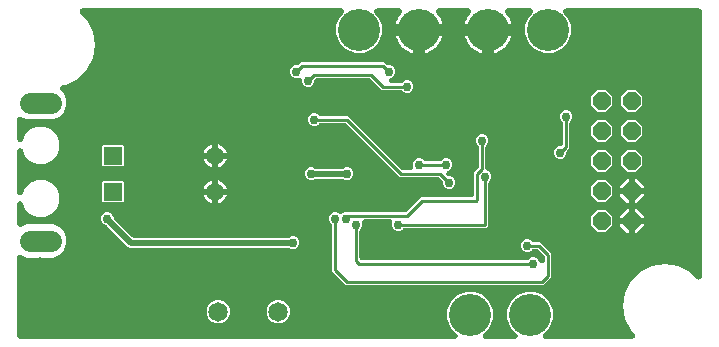
<source format=gbr>
G04 EAGLE Gerber RS-274X export*
G75*
%MOMM*%
%FSLAX34Y34*%
%LPD*%
%INBottom Copper*%
%IPPOS*%
%AMOC8*
5,1,8,0,0,1.08239X$1,22.5*%
G01*
%ADD10R,1.508000X1.508000*%
%ADD11C,1.508000*%
%ADD12C,3.556000*%
%ADD13C,1.778000*%
%ADD14P,1.649562X8X292.500000*%
%ADD15C,1.651000*%
%ADD16C,0.756400*%
%ADD17C,0.508000*%
%ADD18C,0.254000*%

G36*
X380718Y10172D02*
X380718Y10172D01*
X380847Y10174D01*
X380941Y10192D01*
X381036Y10201D01*
X381162Y10235D01*
X381290Y10260D01*
X381379Y10294D01*
X381471Y10319D01*
X381588Y10375D01*
X381710Y10422D01*
X381791Y10472D01*
X381877Y10513D01*
X381983Y10588D01*
X382094Y10656D01*
X382166Y10719D01*
X382244Y10775D01*
X382334Y10868D01*
X382432Y10954D01*
X382491Y11029D01*
X382558Y11097D01*
X382630Y11205D01*
X382711Y11307D01*
X382756Y11391D01*
X382810Y11470D01*
X382862Y11589D01*
X382924Y11704D01*
X382953Y11795D01*
X382992Y11882D01*
X383023Y12009D01*
X383063Y12132D01*
X383076Y12227D01*
X383099Y12320D01*
X383107Y12449D01*
X383124Y12578D01*
X383120Y12674D01*
X383126Y12769D01*
X383111Y12898D01*
X383106Y13028D01*
X383085Y13121D01*
X383074Y13216D01*
X383036Y13341D01*
X383008Y13468D01*
X382972Y13556D01*
X382944Y13647D01*
X382885Y13763D01*
X382835Y13883D01*
X382783Y13963D01*
X382740Y14049D01*
X382661Y14152D01*
X382590Y14261D01*
X382504Y14359D01*
X382468Y14407D01*
X382435Y14438D01*
X382383Y14496D01*
X377334Y19545D01*
X374395Y26640D01*
X374395Y34320D01*
X377334Y41415D01*
X382765Y46846D01*
X389860Y49785D01*
X397540Y49785D01*
X404635Y46846D01*
X410066Y41415D01*
X413005Y34320D01*
X413005Y26640D01*
X410066Y19545D01*
X405017Y14496D01*
X404933Y14396D01*
X404842Y14303D01*
X404789Y14223D01*
X404728Y14150D01*
X404663Y14037D01*
X404590Y13930D01*
X404552Y13842D01*
X404504Y13759D01*
X404461Y13637D01*
X404408Y13518D01*
X404385Y13425D01*
X404353Y13335D01*
X404332Y13207D01*
X404301Y13080D01*
X404296Y12985D01*
X404280Y12891D01*
X404282Y12761D01*
X404274Y12631D01*
X404285Y12536D01*
X404286Y12440D01*
X404311Y12313D01*
X404326Y12184D01*
X404354Y12092D01*
X404372Y11998D01*
X404418Y11877D01*
X404456Y11753D01*
X404499Y11668D01*
X404534Y11578D01*
X404602Y11467D01*
X404660Y11351D01*
X404718Y11275D01*
X404768Y11194D01*
X404854Y11096D01*
X404932Y10993D01*
X405003Y10928D01*
X405066Y10856D01*
X405168Y10776D01*
X405264Y10687D01*
X405344Y10636D01*
X405419Y10577D01*
X405534Y10516D01*
X405643Y10446D01*
X405732Y10409D01*
X405816Y10364D01*
X405940Y10324D01*
X406060Y10275D01*
X406153Y10255D01*
X406244Y10225D01*
X406373Y10207D01*
X406500Y10180D01*
X406630Y10172D01*
X406690Y10164D01*
X406735Y10165D01*
X406812Y10161D01*
X431388Y10161D01*
X431518Y10172D01*
X431647Y10174D01*
X431741Y10192D01*
X431836Y10201D01*
X431962Y10235D01*
X432090Y10260D01*
X432179Y10294D01*
X432271Y10319D01*
X432388Y10375D01*
X432510Y10422D01*
X432591Y10472D01*
X432677Y10513D01*
X432783Y10588D01*
X432894Y10656D01*
X432966Y10719D01*
X433044Y10775D01*
X433134Y10868D01*
X433232Y10954D01*
X433291Y11029D01*
X433358Y11097D01*
X433430Y11205D01*
X433511Y11307D01*
X433556Y11391D01*
X433610Y11470D01*
X433662Y11589D01*
X433724Y11704D01*
X433753Y11795D01*
X433792Y11882D01*
X433823Y12009D01*
X433863Y12132D01*
X433876Y12227D01*
X433899Y12320D01*
X433907Y12449D01*
X433924Y12578D01*
X433920Y12674D01*
X433926Y12769D01*
X433911Y12898D01*
X433906Y13028D01*
X433885Y13121D01*
X433874Y13216D01*
X433836Y13341D01*
X433808Y13468D01*
X433772Y13556D01*
X433744Y13647D01*
X433685Y13763D01*
X433635Y13883D01*
X433583Y13963D01*
X433540Y14049D01*
X433461Y14152D01*
X433390Y14261D01*
X433304Y14359D01*
X433268Y14407D01*
X433235Y14438D01*
X433183Y14496D01*
X428134Y19545D01*
X425195Y26640D01*
X425195Y34320D01*
X428134Y41415D01*
X433565Y46846D01*
X440660Y49785D01*
X448340Y49785D01*
X455435Y46846D01*
X460866Y41415D01*
X463805Y34320D01*
X463805Y26640D01*
X460866Y19545D01*
X455817Y14496D01*
X455733Y14396D01*
X455642Y14303D01*
X455589Y14223D01*
X455528Y14150D01*
X455463Y14037D01*
X455390Y13930D01*
X455352Y13842D01*
X455304Y13759D01*
X455261Y13637D01*
X455208Y13518D01*
X455185Y13425D01*
X455153Y13335D01*
X455132Y13207D01*
X455101Y13080D01*
X455096Y12985D01*
X455080Y12891D01*
X455082Y12761D01*
X455074Y12631D01*
X455085Y12536D01*
X455086Y12440D01*
X455111Y12313D01*
X455126Y12184D01*
X455154Y12092D01*
X455172Y11998D01*
X455218Y11877D01*
X455256Y11753D01*
X455299Y11668D01*
X455334Y11578D01*
X455402Y11467D01*
X455460Y11351D01*
X455518Y11275D01*
X455568Y11194D01*
X455654Y11096D01*
X455732Y10993D01*
X455803Y10928D01*
X455866Y10856D01*
X455968Y10776D01*
X456064Y10687D01*
X456144Y10636D01*
X456219Y10577D01*
X456334Y10516D01*
X456443Y10446D01*
X456532Y10409D01*
X456616Y10364D01*
X456740Y10324D01*
X456860Y10275D01*
X456953Y10255D01*
X457044Y10225D01*
X457173Y10207D01*
X457300Y10180D01*
X457430Y10172D01*
X457490Y10164D01*
X457535Y10165D01*
X457612Y10161D01*
X530982Y10161D01*
X531112Y10172D01*
X531241Y10174D01*
X531335Y10192D01*
X531430Y10201D01*
X531556Y10235D01*
X531683Y10260D01*
X531773Y10294D01*
X531865Y10319D01*
X531982Y10375D01*
X532103Y10422D01*
X532185Y10472D01*
X532271Y10513D01*
X532377Y10588D01*
X532488Y10656D01*
X532560Y10719D01*
X532637Y10775D01*
X532728Y10868D01*
X532826Y10954D01*
X532885Y11029D01*
X532952Y11097D01*
X533024Y11205D01*
X533105Y11307D01*
X533150Y11391D01*
X533204Y11470D01*
X533256Y11589D01*
X533318Y11704D01*
X533347Y11795D01*
X533386Y11882D01*
X533417Y12009D01*
X533457Y12132D01*
X533470Y12227D01*
X533492Y12320D01*
X533500Y12449D01*
X533518Y12578D01*
X533514Y12674D01*
X533520Y12769D01*
X533505Y12898D01*
X533500Y13028D01*
X533479Y13121D01*
X533468Y13216D01*
X533430Y13341D01*
X533402Y13468D01*
X533366Y13556D01*
X533338Y13647D01*
X533279Y13763D01*
X533229Y13883D01*
X533177Y13963D01*
X533133Y14049D01*
X533055Y14152D01*
X532984Y14261D01*
X532898Y14359D01*
X532861Y14407D01*
X532828Y14438D01*
X532777Y14496D01*
X530056Y17216D01*
X525010Y27121D01*
X523271Y38100D01*
X525010Y49079D01*
X530056Y58983D01*
X537917Y66844D01*
X547821Y71890D01*
X558800Y73629D01*
X569779Y71890D01*
X579683Y66844D01*
X585504Y61023D01*
X585604Y60939D01*
X585697Y60848D01*
X585777Y60795D01*
X585850Y60734D01*
X585963Y60669D01*
X586070Y60596D01*
X586158Y60558D01*
X586241Y60510D01*
X586363Y60467D01*
X586482Y60414D01*
X586575Y60392D01*
X586665Y60360D01*
X586793Y60338D01*
X586920Y60308D01*
X587015Y60302D01*
X587109Y60286D01*
X587239Y60288D01*
X587369Y60280D01*
X587464Y60291D01*
X587560Y60292D01*
X587687Y60317D01*
X587816Y60332D01*
X587908Y60360D01*
X588002Y60378D01*
X588123Y60425D01*
X588247Y60462D01*
X588332Y60506D01*
X588422Y60540D01*
X588533Y60608D01*
X588649Y60667D01*
X588725Y60724D01*
X588806Y60774D01*
X588904Y60860D01*
X589007Y60939D01*
X589072Y61009D01*
X589144Y61072D01*
X589224Y61174D01*
X589313Y61270D01*
X589364Y61350D01*
X589423Y61425D01*
X589484Y61540D01*
X589554Y61649D01*
X589591Y61738D01*
X589636Y61822D01*
X589676Y61946D01*
X589725Y62066D01*
X589745Y62160D01*
X589775Y62250D01*
X589793Y62379D01*
X589820Y62506D01*
X589828Y62636D01*
X589836Y62696D01*
X589835Y62741D01*
X589839Y62818D01*
X589839Y287300D01*
X589836Y287335D01*
X589838Y287369D01*
X589816Y287558D01*
X589799Y287749D01*
X589790Y287782D01*
X589786Y287816D01*
X589731Y287999D01*
X589681Y288183D01*
X589666Y288214D01*
X589656Y288247D01*
X589569Y288418D01*
X589487Y288590D01*
X589467Y288618D01*
X589452Y288649D01*
X589336Y288801D01*
X589225Y288956D01*
X589200Y288980D01*
X589180Y289007D01*
X589040Y289136D01*
X588903Y289270D01*
X588874Y289289D01*
X588848Y289313D01*
X588687Y289415D01*
X588530Y289522D01*
X588498Y289536D01*
X588469Y289554D01*
X588292Y289627D01*
X588118Y289704D01*
X588084Y289712D01*
X588052Y289725D01*
X587865Y289765D01*
X587680Y289811D01*
X587646Y289813D01*
X587612Y289820D01*
X587300Y289839D01*
X475112Y289839D01*
X474982Y289828D01*
X474853Y289826D01*
X474759Y289808D01*
X474664Y289799D01*
X474538Y289765D01*
X474410Y289740D01*
X474321Y289706D01*
X474229Y289681D01*
X474112Y289625D01*
X473990Y289578D01*
X473909Y289528D01*
X473823Y289487D01*
X473717Y289412D01*
X473606Y289344D01*
X473534Y289281D01*
X473456Y289225D01*
X473366Y289132D01*
X473268Y289046D01*
X473209Y288971D01*
X473142Y288903D01*
X473070Y288795D01*
X472989Y288693D01*
X472944Y288609D01*
X472890Y288530D01*
X472838Y288411D01*
X472776Y288296D01*
X472747Y288205D01*
X472708Y288118D01*
X472677Y287991D01*
X472637Y287868D01*
X472624Y287773D01*
X472601Y287680D01*
X472593Y287551D01*
X472576Y287422D01*
X472580Y287326D01*
X472574Y287231D01*
X472589Y287102D01*
X472594Y286972D01*
X472615Y286879D01*
X472626Y286784D01*
X472664Y286659D01*
X472692Y286532D01*
X472728Y286444D01*
X472756Y286353D01*
X472815Y286237D01*
X472865Y286117D01*
X472917Y286037D01*
X472960Y285951D01*
X473039Y285848D01*
X473110Y285739D01*
X473196Y285641D01*
X473232Y285593D01*
X473265Y285562D01*
X473317Y285504D01*
X476106Y282715D01*
X479045Y275620D01*
X479045Y267940D01*
X476106Y260845D01*
X470675Y255414D01*
X463580Y252475D01*
X455900Y252475D01*
X448805Y255414D01*
X443374Y260845D01*
X440435Y267940D01*
X440435Y275620D01*
X443374Y282715D01*
X446163Y285504D01*
X446247Y285604D01*
X446338Y285697D01*
X446391Y285777D01*
X446452Y285850D01*
X446517Y285963D01*
X446590Y286070D01*
X446628Y286158D01*
X446676Y286241D01*
X446719Y286363D01*
X446772Y286482D01*
X446795Y286575D01*
X446827Y286665D01*
X446848Y286793D01*
X446879Y286920D01*
X446884Y287015D01*
X446900Y287109D01*
X446898Y287239D01*
X446906Y287369D01*
X446895Y287464D01*
X446894Y287560D01*
X446869Y287687D01*
X446854Y287816D01*
X446826Y287908D01*
X446808Y288002D01*
X446762Y288123D01*
X446724Y288247D01*
X446680Y288333D01*
X446646Y288422D01*
X446579Y288533D01*
X446520Y288649D01*
X446462Y288725D01*
X446412Y288806D01*
X446326Y288904D01*
X446248Y289007D01*
X446177Y289072D01*
X446114Y289144D01*
X446012Y289224D01*
X445916Y289313D01*
X445836Y289364D01*
X445761Y289423D01*
X445646Y289484D01*
X445537Y289554D01*
X445448Y289591D01*
X445364Y289636D01*
X445240Y289676D01*
X445120Y289725D01*
X445027Y289745D01*
X444936Y289775D01*
X444807Y289793D01*
X444680Y289820D01*
X444550Y289828D01*
X444490Y289836D01*
X444445Y289835D01*
X444368Y289839D01*
X425749Y289839D01*
X425619Y289828D01*
X425489Y289826D01*
X425396Y289808D01*
X425300Y289799D01*
X425175Y289765D01*
X425047Y289740D01*
X424958Y289706D01*
X424866Y289681D01*
X424749Y289625D01*
X424627Y289578D01*
X424545Y289528D01*
X424459Y289487D01*
X424354Y289412D01*
X424242Y289344D01*
X424171Y289281D01*
X424093Y289225D01*
X424002Y289132D01*
X423905Y289046D01*
X423846Y288971D01*
X423779Y288903D01*
X423706Y288795D01*
X423626Y288693D01*
X423581Y288609D01*
X423527Y288530D01*
X423474Y288411D01*
X423413Y288296D01*
X423384Y288205D01*
X423345Y288118D01*
X423314Y287991D01*
X423274Y287868D01*
X423261Y287773D01*
X423238Y287680D01*
X423230Y287551D01*
X423213Y287422D01*
X423216Y287326D01*
X423211Y287231D01*
X423226Y287102D01*
X423231Y286972D01*
X423252Y286879D01*
X423263Y286784D01*
X423300Y286659D01*
X423328Y286532D01*
X423365Y286444D01*
X423393Y286353D01*
X423452Y286237D01*
X423502Y286117D01*
X423554Y286037D01*
X423597Y285951D01*
X423676Y285848D01*
X423746Y285739D01*
X423832Y285641D01*
X423869Y285593D01*
X423902Y285562D01*
X423953Y285504D01*
X424251Y285207D01*
X425872Y283094D01*
X427204Y280787D01*
X428224Y278326D01*
X428617Y276859D01*
X411480Y276859D01*
X411446Y276856D01*
X411411Y276858D01*
X411222Y276836D01*
X411032Y276819D01*
X410998Y276810D01*
X410964Y276806D01*
X410781Y276751D01*
X410597Y276701D01*
X410566Y276686D01*
X410533Y276676D01*
X410362Y276589D01*
X410191Y276507D01*
X410163Y276487D01*
X410132Y276472D01*
X409980Y276356D01*
X409825Y276245D01*
X409800Y276220D01*
X409773Y276200D01*
X409644Y276059D01*
X409511Y275923D01*
X409491Y275894D01*
X409468Y275868D01*
X409365Y275707D01*
X409258Y275549D01*
X409244Y275518D01*
X409226Y275489D01*
X409153Y275312D01*
X409076Y275138D01*
X409068Y275104D01*
X409055Y275072D01*
X409015Y274885D01*
X408970Y274700D01*
X408967Y274666D01*
X408960Y274632D01*
X408941Y274320D01*
X408941Y271779D01*
X408939Y271779D01*
X408939Y274320D01*
X408936Y274354D01*
X408938Y274389D01*
X408916Y274578D01*
X408899Y274768D01*
X408890Y274802D01*
X408886Y274836D01*
X408831Y275019D01*
X408781Y275203D01*
X408766Y275234D01*
X408756Y275267D01*
X408669Y275438D01*
X408587Y275609D01*
X408567Y275638D01*
X408551Y275668D01*
X408436Y275820D01*
X408325Y275976D01*
X408300Y276000D01*
X408279Y276027D01*
X408139Y276156D01*
X408002Y276290D01*
X407974Y276309D01*
X407948Y276332D01*
X407787Y276435D01*
X407629Y276542D01*
X407598Y276556D01*
X407569Y276574D01*
X407392Y276647D01*
X407218Y276724D01*
X407184Y276732D01*
X407152Y276745D01*
X406965Y276785D01*
X406780Y276831D01*
X406746Y276833D01*
X406712Y276840D01*
X406400Y276859D01*
X389263Y276859D01*
X389656Y278326D01*
X390676Y280787D01*
X392008Y283094D01*
X393629Y285207D01*
X393927Y285504D01*
X394010Y285604D01*
X394101Y285697D01*
X394154Y285776D01*
X394216Y285850D01*
X394280Y285963D01*
X394353Y286070D01*
X394392Y286158D01*
X394439Y286241D01*
X394482Y286363D01*
X394535Y286482D01*
X394558Y286575D01*
X394590Y286665D01*
X394611Y286793D01*
X394642Y286920D01*
X394648Y287015D01*
X394663Y287109D01*
X394661Y287239D01*
X394669Y287369D01*
X394658Y287464D01*
X394657Y287559D01*
X394632Y287687D01*
X394617Y287816D01*
X394590Y287908D01*
X394572Y288002D01*
X394525Y288123D01*
X394487Y288247D01*
X394444Y288333D01*
X394409Y288422D01*
X394342Y288533D01*
X394283Y288649D01*
X394225Y288725D01*
X394175Y288806D01*
X394089Y288904D01*
X394011Y289007D01*
X393940Y289072D01*
X393877Y289144D01*
X393775Y289224D01*
X393680Y289313D01*
X393599Y289364D01*
X393524Y289423D01*
X393409Y289485D01*
X393300Y289554D01*
X393212Y289591D01*
X393127Y289636D01*
X393003Y289676D01*
X392883Y289725D01*
X392790Y289745D01*
X392699Y289775D01*
X392570Y289793D01*
X392443Y289820D01*
X392313Y289828D01*
X392253Y289836D01*
X392208Y289835D01*
X392131Y289839D01*
X367329Y289839D01*
X367199Y289828D01*
X367069Y289826D01*
X366976Y289808D01*
X366880Y289799D01*
X366755Y289765D01*
X366627Y289740D01*
X366538Y289706D01*
X366446Y289681D01*
X366329Y289625D01*
X366207Y289578D01*
X366125Y289528D01*
X366039Y289487D01*
X365934Y289412D01*
X365822Y289344D01*
X365751Y289281D01*
X365673Y289225D01*
X365582Y289132D01*
X365485Y289046D01*
X365426Y288971D01*
X365359Y288903D01*
X365286Y288795D01*
X365206Y288693D01*
X365161Y288609D01*
X365107Y288530D01*
X365054Y288411D01*
X364993Y288296D01*
X364964Y288205D01*
X364925Y288118D01*
X364894Y287991D01*
X364854Y287868D01*
X364841Y287773D01*
X364818Y287680D01*
X364810Y287551D01*
X364793Y287422D01*
X364796Y287326D01*
X364791Y287231D01*
X364806Y287102D01*
X364811Y286972D01*
X364832Y286879D01*
X364843Y286784D01*
X364880Y286659D01*
X364908Y286532D01*
X364945Y286444D01*
X364973Y286353D01*
X365032Y286237D01*
X365082Y286117D01*
X365134Y286037D01*
X365177Y285951D01*
X365256Y285848D01*
X365326Y285739D01*
X365412Y285641D01*
X365449Y285593D01*
X365482Y285562D01*
X365533Y285504D01*
X365831Y285207D01*
X367452Y283094D01*
X368784Y280787D01*
X369804Y278326D01*
X370197Y276859D01*
X353060Y276859D01*
X353026Y276856D01*
X352991Y276858D01*
X352802Y276836D01*
X352612Y276819D01*
X352578Y276810D01*
X352544Y276806D01*
X352361Y276751D01*
X352177Y276701D01*
X352146Y276686D01*
X352113Y276676D01*
X351942Y276589D01*
X351771Y276507D01*
X351743Y276487D01*
X351712Y276472D01*
X351560Y276356D01*
X351405Y276245D01*
X351380Y276220D01*
X351353Y276200D01*
X351224Y276059D01*
X351091Y275923D01*
X351071Y275894D01*
X351048Y275868D01*
X350945Y275707D01*
X350838Y275549D01*
X350824Y275518D01*
X350806Y275489D01*
X350733Y275312D01*
X350656Y275138D01*
X350648Y275104D01*
X350635Y275072D01*
X350595Y274885D01*
X350550Y274700D01*
X350547Y274666D01*
X350540Y274632D01*
X350521Y274320D01*
X350521Y271779D01*
X350519Y271779D01*
X350519Y274320D01*
X350516Y274354D01*
X350518Y274389D01*
X350496Y274578D01*
X350479Y274768D01*
X350470Y274802D01*
X350466Y274836D01*
X350411Y275019D01*
X350361Y275203D01*
X350346Y275234D01*
X350336Y275267D01*
X350249Y275438D01*
X350167Y275609D01*
X350147Y275638D01*
X350131Y275668D01*
X350016Y275820D01*
X349905Y275976D01*
X349880Y276000D01*
X349859Y276027D01*
X349719Y276156D01*
X349582Y276290D01*
X349554Y276309D01*
X349528Y276332D01*
X349367Y276435D01*
X349209Y276542D01*
X349178Y276556D01*
X349149Y276574D01*
X348972Y276647D01*
X348798Y276724D01*
X348764Y276732D01*
X348732Y276745D01*
X348545Y276785D01*
X348360Y276831D01*
X348326Y276833D01*
X348292Y276840D01*
X347980Y276859D01*
X330843Y276859D01*
X331236Y278326D01*
X332256Y280787D01*
X333588Y283094D01*
X335209Y285207D01*
X335507Y285504D01*
X335590Y285604D01*
X335681Y285697D01*
X335734Y285776D01*
X335796Y285850D01*
X335860Y285963D01*
X335933Y286070D01*
X335972Y286158D01*
X336019Y286241D01*
X336062Y286363D01*
X336115Y286482D01*
X336138Y286575D01*
X336170Y286665D01*
X336191Y286793D01*
X336222Y286920D01*
X336228Y287015D01*
X336243Y287109D01*
X336241Y287239D01*
X336249Y287369D01*
X336238Y287464D01*
X336237Y287559D01*
X336212Y287687D01*
X336197Y287816D01*
X336170Y287908D01*
X336152Y288002D01*
X336105Y288123D01*
X336067Y288247D01*
X336024Y288333D01*
X335989Y288422D01*
X335922Y288533D01*
X335863Y288649D01*
X335805Y288725D01*
X335755Y288806D01*
X335669Y288904D01*
X335591Y289007D01*
X335520Y289072D01*
X335457Y289144D01*
X335355Y289224D01*
X335260Y289313D01*
X335179Y289364D01*
X335104Y289423D01*
X334989Y289485D01*
X334880Y289554D01*
X334792Y289591D01*
X334707Y289636D01*
X334583Y289676D01*
X334463Y289725D01*
X334370Y289745D01*
X334279Y289775D01*
X334150Y289793D01*
X334023Y289820D01*
X333893Y289828D01*
X333833Y289836D01*
X333788Y289835D01*
X333711Y289839D01*
X315092Y289839D01*
X314962Y289828D01*
X314833Y289826D01*
X314739Y289808D01*
X314644Y289799D01*
X314518Y289765D01*
X314390Y289740D01*
X314301Y289706D01*
X314209Y289681D01*
X314092Y289625D01*
X313970Y289578D01*
X313889Y289528D01*
X313803Y289487D01*
X313697Y289412D01*
X313586Y289344D01*
X313514Y289281D01*
X313436Y289225D01*
X313346Y289132D01*
X313248Y289046D01*
X313189Y288971D01*
X313122Y288903D01*
X313050Y288795D01*
X312969Y288693D01*
X312924Y288609D01*
X312870Y288530D01*
X312818Y288411D01*
X312756Y288296D01*
X312727Y288205D01*
X312688Y288118D01*
X312657Y287991D01*
X312617Y287868D01*
X312604Y287773D01*
X312581Y287680D01*
X312573Y287551D01*
X312556Y287422D01*
X312560Y287326D01*
X312554Y287231D01*
X312569Y287102D01*
X312574Y286972D01*
X312595Y286879D01*
X312606Y286784D01*
X312644Y286659D01*
X312672Y286532D01*
X312708Y286444D01*
X312736Y286353D01*
X312795Y286237D01*
X312845Y286117D01*
X312897Y286037D01*
X312940Y285951D01*
X313019Y285848D01*
X313090Y285739D01*
X313176Y285641D01*
X313212Y285593D01*
X313245Y285562D01*
X313297Y285504D01*
X316086Y282715D01*
X319025Y275620D01*
X319025Y267940D01*
X316086Y260845D01*
X310655Y255414D01*
X303560Y252475D01*
X295880Y252475D01*
X288785Y255414D01*
X283354Y260845D01*
X280415Y267940D01*
X280415Y275620D01*
X283354Y282715D01*
X286143Y285504D01*
X286227Y285604D01*
X286318Y285697D01*
X286371Y285777D01*
X286432Y285850D01*
X286497Y285963D01*
X286570Y286070D01*
X286608Y286158D01*
X286656Y286241D01*
X286699Y286363D01*
X286752Y286482D01*
X286775Y286575D01*
X286807Y286665D01*
X286828Y286793D01*
X286859Y286920D01*
X286864Y287015D01*
X286880Y287109D01*
X286878Y287239D01*
X286886Y287369D01*
X286875Y287464D01*
X286874Y287560D01*
X286849Y287687D01*
X286834Y287816D01*
X286806Y287908D01*
X286788Y288002D01*
X286742Y288123D01*
X286704Y288247D01*
X286660Y288333D01*
X286626Y288422D01*
X286559Y288533D01*
X286500Y288649D01*
X286442Y288725D01*
X286392Y288806D01*
X286306Y288904D01*
X286228Y289007D01*
X286157Y289072D01*
X286094Y289144D01*
X285992Y289224D01*
X285896Y289313D01*
X285816Y289364D01*
X285741Y289423D01*
X285626Y289484D01*
X285517Y289554D01*
X285428Y289591D01*
X285344Y289636D01*
X285220Y289676D01*
X285100Y289725D01*
X285007Y289745D01*
X284916Y289775D01*
X284787Y289793D01*
X284660Y289820D01*
X284530Y289828D01*
X284470Y289836D01*
X284425Y289835D01*
X284348Y289839D01*
X65638Y289839D01*
X65508Y289828D01*
X65379Y289826D01*
X65285Y289808D01*
X65190Y289799D01*
X65064Y289765D01*
X64937Y289740D01*
X64847Y289706D01*
X64755Y289681D01*
X64638Y289625D01*
X64517Y289578D01*
X64435Y289528D01*
X64349Y289487D01*
X64243Y289412D01*
X64132Y289344D01*
X64060Y289281D01*
X63983Y289225D01*
X63892Y289132D01*
X63794Y289046D01*
X63735Y288971D01*
X63668Y288903D01*
X63596Y288795D01*
X63515Y288693D01*
X63470Y288609D01*
X63416Y288530D01*
X63364Y288411D01*
X63302Y288296D01*
X63273Y288205D01*
X63234Y288118D01*
X63203Y287991D01*
X63163Y287868D01*
X63150Y287773D01*
X63128Y287680D01*
X63120Y287551D01*
X63102Y287422D01*
X63106Y287326D01*
X63100Y287231D01*
X63115Y287102D01*
X63120Y286972D01*
X63141Y286879D01*
X63152Y286784D01*
X63190Y286659D01*
X63218Y286532D01*
X63254Y286444D01*
X63282Y286353D01*
X63341Y286237D01*
X63391Y286117D01*
X63443Y286037D01*
X63487Y285951D01*
X63565Y285848D01*
X63636Y285739D01*
X63722Y285641D01*
X63759Y285593D01*
X63791Y285562D01*
X63843Y285504D01*
X69384Y279963D01*
X74430Y270059D01*
X76169Y259080D01*
X74430Y248101D01*
X69384Y238197D01*
X61523Y230336D01*
X51619Y225290D01*
X48580Y224808D01*
X48428Y224770D01*
X48275Y224741D01*
X48210Y224716D01*
X48143Y224699D01*
X48001Y224635D01*
X47855Y224579D01*
X47796Y224542D01*
X47732Y224514D01*
X47604Y224426D01*
X47471Y224345D01*
X47418Y224299D01*
X47361Y224259D01*
X47250Y224150D01*
X47133Y224046D01*
X47090Y223992D01*
X47040Y223943D01*
X46951Y223816D01*
X46854Y223693D01*
X46821Y223632D01*
X46781Y223575D01*
X46715Y223434D01*
X46641Y223296D01*
X46620Y223230D01*
X46590Y223167D01*
X46550Y223016D01*
X46502Y222868D01*
X46492Y222799D01*
X46475Y222732D01*
X46462Y222577D01*
X46441Y222422D01*
X46443Y222353D01*
X46438Y222283D01*
X46453Y222128D01*
X46459Y221972D01*
X46474Y221904D01*
X46481Y221835D01*
X46523Y221685D01*
X46556Y221533D01*
X46583Y221469D01*
X46602Y221402D01*
X46670Y221261D01*
X46730Y221117D01*
X46768Y221059D01*
X46798Y220996D01*
X46890Y220870D01*
X46974Y220739D01*
X47033Y220672D01*
X47063Y220632D01*
X47105Y220592D01*
X47181Y220505D01*
X49565Y218121D01*
X51721Y212917D01*
X51721Y207283D01*
X49565Y202079D01*
X45581Y198095D01*
X40377Y195939D01*
X30743Y195939D01*
X30532Y196027D01*
X30375Y196076D01*
X30220Y196133D01*
X30160Y196143D01*
X30102Y196162D01*
X29939Y196182D01*
X29777Y196211D01*
X29716Y196211D01*
X29655Y196218D01*
X29491Y196210D01*
X29327Y196209D01*
X29267Y196198D01*
X29206Y196195D01*
X29045Y196158D01*
X28884Y196128D01*
X28811Y196103D01*
X28767Y196093D01*
X28711Y196069D01*
X28588Y196027D01*
X28377Y195939D01*
X18743Y195939D01*
X13672Y198040D01*
X13593Y198065D01*
X13518Y198098D01*
X13379Y198132D01*
X13242Y198175D01*
X13160Y198185D01*
X13080Y198205D01*
X12938Y198213D01*
X12795Y198231D01*
X12713Y198227D01*
X12631Y198232D01*
X12489Y198216D01*
X12346Y198208D01*
X12266Y198190D01*
X12184Y198180D01*
X12046Y198139D01*
X11907Y198106D01*
X11832Y198074D01*
X11753Y198050D01*
X11625Y197985D01*
X11494Y197928D01*
X11425Y197883D01*
X11351Y197846D01*
X11237Y197759D01*
X11118Y197680D01*
X11058Y197623D01*
X10993Y197574D01*
X10896Y197468D01*
X10792Y197370D01*
X10743Y197303D01*
X10687Y197242D01*
X10610Y197122D01*
X10526Y197006D01*
X10490Y196932D01*
X10446Y196863D01*
X10391Y196730D01*
X10328Y196602D01*
X10306Y196522D01*
X10275Y196446D01*
X10245Y196306D01*
X10205Y196168D01*
X10197Y196087D01*
X10180Y196006D01*
X10165Y195760D01*
X10161Y195720D01*
X10162Y195710D01*
X10161Y195694D01*
X10161Y179265D01*
X10176Y179088D01*
X10186Y178911D01*
X10196Y178864D01*
X10201Y178817D01*
X10247Y178645D01*
X10288Y178472D01*
X10307Y178428D01*
X10319Y178382D01*
X10395Y178222D01*
X10466Y178059D01*
X10492Y178019D01*
X10513Y177976D01*
X10616Y177831D01*
X10714Y177683D01*
X10747Y177648D01*
X10775Y177610D01*
X10902Y177486D01*
X11024Y177357D01*
X11063Y177329D01*
X11097Y177296D01*
X11245Y177196D01*
X11388Y177091D01*
X11431Y177070D01*
X11470Y177043D01*
X11633Y176971D01*
X11792Y176894D01*
X11838Y176881D01*
X11882Y176861D01*
X12055Y176819D01*
X12226Y176771D01*
X12273Y176766D01*
X12320Y176755D01*
X12497Y176744D01*
X12674Y176726D01*
X12721Y176730D01*
X12769Y176727D01*
X12946Y176747D01*
X13123Y176761D01*
X13169Y176773D01*
X13216Y176779D01*
X13387Y176831D01*
X13558Y176875D01*
X13601Y176895D01*
X13647Y176909D01*
X13806Y176990D01*
X13967Y177064D01*
X14006Y177092D01*
X14049Y177114D01*
X14190Y177221D01*
X14336Y177323D01*
X14369Y177357D01*
X14407Y177386D01*
X14528Y177516D01*
X14653Y177642D01*
X14680Y177681D01*
X14712Y177717D01*
X14808Y177867D01*
X14909Y178013D01*
X14935Y178066D01*
X14954Y178097D01*
X14978Y178155D01*
X15046Y178293D01*
X16983Y182971D01*
X21389Y187377D01*
X27145Y189761D01*
X33375Y189761D01*
X39131Y187377D01*
X43537Y182971D01*
X45921Y177215D01*
X45921Y170985D01*
X43537Y165229D01*
X39131Y160823D01*
X33375Y158439D01*
X27145Y158439D01*
X21389Y160823D01*
X16983Y165229D01*
X15046Y169907D01*
X14963Y170064D01*
X14887Y170224D01*
X14860Y170263D01*
X14837Y170306D01*
X14728Y170446D01*
X14625Y170590D01*
X14591Y170624D01*
X14562Y170662D01*
X14430Y170781D01*
X14303Y170904D01*
X14263Y170931D01*
X14227Y170963D01*
X14077Y171057D01*
X13930Y171157D01*
X13886Y171176D01*
X13845Y171201D01*
X13680Y171267D01*
X13518Y171339D01*
X13471Y171350D01*
X13427Y171368D01*
X13253Y171403D01*
X13080Y171445D01*
X13033Y171448D01*
X12986Y171458D01*
X12808Y171462D01*
X12631Y171473D01*
X12583Y171468D01*
X12536Y171469D01*
X12360Y171442D01*
X12184Y171421D01*
X12138Y171407D01*
X12091Y171400D01*
X11923Y171342D01*
X11753Y171291D01*
X11710Y171269D01*
X11665Y171253D01*
X11510Y171167D01*
X11351Y171086D01*
X11313Y171058D01*
X11272Y171034D01*
X11134Y170922D01*
X10993Y170814D01*
X10960Y170779D01*
X10923Y170749D01*
X10808Y170614D01*
X10687Y170483D01*
X10662Y170443D01*
X10631Y170407D01*
X10541Y170254D01*
X10446Y170103D01*
X10427Y170059D01*
X10403Y170018D01*
X10342Y169851D01*
X10275Y169687D01*
X10265Y169640D01*
X10248Y169595D01*
X10217Y169421D01*
X10180Y169247D01*
X10176Y169188D01*
X10170Y169152D01*
X10170Y169089D01*
X10161Y168935D01*
X10161Y134265D01*
X10176Y134088D01*
X10186Y133911D01*
X10196Y133864D01*
X10201Y133817D01*
X10247Y133645D01*
X10288Y133472D01*
X10307Y133428D01*
X10319Y133382D01*
X10395Y133222D01*
X10466Y133059D01*
X10492Y133019D01*
X10513Y132976D01*
X10616Y132831D01*
X10714Y132683D01*
X10747Y132648D01*
X10775Y132610D01*
X10902Y132486D01*
X11024Y132357D01*
X11063Y132329D01*
X11097Y132296D01*
X11245Y132196D01*
X11388Y132091D01*
X11431Y132070D01*
X11470Y132043D01*
X11633Y131971D01*
X11792Y131894D01*
X11838Y131881D01*
X11882Y131861D01*
X12055Y131819D01*
X12226Y131771D01*
X12273Y131766D01*
X12320Y131755D01*
X12497Y131744D01*
X12674Y131726D01*
X12721Y131730D01*
X12769Y131727D01*
X12946Y131747D01*
X13123Y131761D01*
X13169Y131773D01*
X13216Y131779D01*
X13387Y131831D01*
X13558Y131875D01*
X13601Y131895D01*
X13647Y131909D01*
X13806Y131990D01*
X13967Y132064D01*
X14006Y132092D01*
X14049Y132114D01*
X14190Y132221D01*
X14336Y132323D01*
X14369Y132357D01*
X14407Y132386D01*
X14528Y132516D01*
X14653Y132642D01*
X14680Y132681D01*
X14712Y132717D01*
X14808Y132867D01*
X14909Y133013D01*
X14935Y133066D01*
X14954Y133097D01*
X14978Y133155D01*
X15046Y133293D01*
X16983Y137971D01*
X21389Y142377D01*
X27145Y144761D01*
X33375Y144761D01*
X39131Y142377D01*
X43537Y137971D01*
X45921Y132215D01*
X45921Y125985D01*
X43537Y120229D01*
X39131Y115823D01*
X33375Y113439D01*
X27145Y113439D01*
X21389Y115823D01*
X16983Y120229D01*
X15046Y124907D01*
X14963Y125064D01*
X14887Y125224D01*
X14860Y125263D01*
X14837Y125306D01*
X14728Y125446D01*
X14625Y125590D01*
X14591Y125624D01*
X14562Y125662D01*
X14430Y125781D01*
X14303Y125904D01*
X14263Y125931D01*
X14227Y125963D01*
X14077Y126057D01*
X13930Y126157D01*
X13886Y126176D01*
X13845Y126201D01*
X13680Y126267D01*
X13518Y126339D01*
X13471Y126350D01*
X13427Y126368D01*
X13253Y126403D01*
X13080Y126445D01*
X13033Y126448D01*
X12986Y126458D01*
X12808Y126462D01*
X12631Y126473D01*
X12583Y126468D01*
X12536Y126469D01*
X12360Y126442D01*
X12184Y126421D01*
X12138Y126407D01*
X12091Y126400D01*
X11923Y126342D01*
X11753Y126291D01*
X11710Y126269D01*
X11665Y126253D01*
X11510Y126167D01*
X11351Y126086D01*
X11313Y126058D01*
X11272Y126034D01*
X11134Y125922D01*
X10993Y125814D01*
X10960Y125779D01*
X10923Y125749D01*
X10808Y125614D01*
X10687Y125483D01*
X10662Y125443D01*
X10631Y125407D01*
X10541Y125254D01*
X10446Y125103D01*
X10427Y125059D01*
X10403Y125018D01*
X10342Y124851D01*
X10275Y124687D01*
X10265Y124640D01*
X10248Y124595D01*
X10217Y124421D01*
X10180Y124247D01*
X10176Y124187D01*
X10170Y124152D01*
X10170Y124089D01*
X10161Y123935D01*
X10161Y107506D01*
X10168Y107424D01*
X10166Y107342D01*
X10188Y107200D01*
X10201Y107057D01*
X10222Y106978D01*
X10235Y106897D01*
X10281Y106761D01*
X10319Y106623D01*
X10355Y106549D01*
X10381Y106471D01*
X10451Y106346D01*
X10513Y106216D01*
X10560Y106150D01*
X10601Y106078D01*
X10691Y105967D01*
X10775Y105850D01*
X10834Y105793D01*
X10886Y105729D01*
X10995Y105636D01*
X11097Y105536D01*
X11166Y105490D01*
X11228Y105437D01*
X11352Y105365D01*
X11470Y105284D01*
X11546Y105251D01*
X11617Y105209D01*
X11751Y105160D01*
X11882Y105102D01*
X11962Y105083D01*
X12040Y105054D01*
X12181Y105029D01*
X12320Y104995D01*
X12402Y104990D01*
X12483Y104976D01*
X12626Y104976D01*
X12769Y104968D01*
X12851Y104977D01*
X12933Y104977D01*
X13074Y105003D01*
X13216Y105020D01*
X13295Y105044D01*
X13376Y105058D01*
X13610Y105139D01*
X13647Y105150D01*
X13657Y105155D01*
X13672Y105160D01*
X18743Y107261D01*
X28377Y107261D01*
X28588Y107173D01*
X28746Y107124D01*
X28900Y107067D01*
X28960Y107057D01*
X29018Y107038D01*
X29181Y107018D01*
X29343Y106989D01*
X29404Y106989D01*
X29465Y106982D01*
X29629Y106990D01*
X29793Y106991D01*
X29853Y107002D01*
X29914Y107005D01*
X30074Y107042D01*
X30236Y107072D01*
X30309Y107097D01*
X30353Y107107D01*
X30409Y107131D01*
X30532Y107173D01*
X30743Y107261D01*
X40377Y107261D01*
X45581Y105105D01*
X49565Y101121D01*
X51721Y95917D01*
X51721Y90283D01*
X49565Y85079D01*
X45581Y81095D01*
X40377Y78939D01*
X30743Y78939D01*
X30532Y79027D01*
X30375Y79076D01*
X30220Y79133D01*
X30160Y79143D01*
X30102Y79162D01*
X29939Y79182D01*
X29777Y79211D01*
X29716Y79211D01*
X29655Y79218D01*
X29491Y79210D01*
X29327Y79209D01*
X29267Y79198D01*
X29206Y79195D01*
X29045Y79158D01*
X28884Y79128D01*
X28811Y79103D01*
X28767Y79093D01*
X28711Y79069D01*
X28588Y79027D01*
X28377Y78939D01*
X18743Y78939D01*
X13672Y81040D01*
X13593Y81065D01*
X13518Y81098D01*
X13379Y81132D01*
X13242Y81175D01*
X13160Y81185D01*
X13080Y81205D01*
X12938Y81213D01*
X12795Y81231D01*
X12713Y81227D01*
X12631Y81232D01*
X12489Y81216D01*
X12346Y81208D01*
X12266Y81190D01*
X12184Y81180D01*
X12046Y81139D01*
X11907Y81106D01*
X11832Y81074D01*
X11753Y81050D01*
X11625Y80985D01*
X11494Y80928D01*
X11425Y80883D01*
X11351Y80846D01*
X11237Y80759D01*
X11118Y80680D01*
X11058Y80623D01*
X10993Y80574D01*
X10896Y80468D01*
X10792Y80370D01*
X10743Y80303D01*
X10687Y80242D01*
X10610Y80122D01*
X10526Y80006D01*
X10490Y79932D01*
X10446Y79863D01*
X10391Y79730D01*
X10328Y79602D01*
X10306Y79522D01*
X10275Y79446D01*
X10245Y79306D01*
X10205Y79168D01*
X10197Y79087D01*
X10180Y79006D01*
X10165Y78760D01*
X10161Y78720D01*
X10162Y78710D01*
X10161Y78694D01*
X10161Y12700D01*
X10164Y12665D01*
X10162Y12631D01*
X10184Y12442D01*
X10201Y12251D01*
X10210Y12218D01*
X10214Y12184D01*
X10269Y12001D01*
X10319Y11817D01*
X10334Y11786D01*
X10344Y11753D01*
X10431Y11582D01*
X10513Y11410D01*
X10533Y11382D01*
X10548Y11351D01*
X10664Y11199D01*
X10775Y11044D01*
X10800Y11020D01*
X10820Y10993D01*
X10960Y10864D01*
X11097Y10730D01*
X11126Y10711D01*
X11152Y10687D01*
X11313Y10585D01*
X11470Y10478D01*
X11502Y10464D01*
X11531Y10446D01*
X11708Y10373D01*
X11882Y10296D01*
X11916Y10288D01*
X11948Y10275D01*
X12135Y10235D01*
X12320Y10189D01*
X12354Y10187D01*
X12388Y10180D01*
X12700Y10161D01*
X380588Y10161D01*
X380718Y10172D01*
G37*
%LPC*%
G36*
X288402Y55625D02*
X288402Y55625D01*
X276605Y67422D01*
X276605Y105998D01*
X276591Y106162D01*
X276584Y106326D01*
X276571Y106386D01*
X276565Y106447D01*
X276522Y106605D01*
X276486Y106766D01*
X276463Y106822D01*
X276447Y106881D01*
X276376Y107029D01*
X276313Y107181D01*
X276280Y107233D01*
X276253Y107288D01*
X276158Y107421D01*
X276068Y107559D01*
X276017Y107617D01*
X275991Y107654D01*
X275948Y107696D01*
X275862Y107794D01*
X274901Y108754D01*
X274093Y110704D01*
X274093Y112816D01*
X274901Y114766D01*
X276394Y116259D01*
X278344Y117067D01*
X280456Y117067D01*
X282525Y116210D01*
X282551Y116189D01*
X282719Y116099D01*
X282884Y116004D01*
X282917Y115993D01*
X282948Y115976D01*
X283129Y115917D01*
X283309Y115853D01*
X283343Y115848D01*
X283376Y115837D01*
X283564Y115811D01*
X283753Y115780D01*
X283788Y115780D01*
X283822Y115776D01*
X284013Y115783D01*
X284203Y115786D01*
X284237Y115792D01*
X284272Y115794D01*
X284458Y115835D01*
X284645Y115871D01*
X284678Y115884D01*
X284712Y115891D01*
X284888Y115965D01*
X285065Y116034D01*
X285095Y116052D01*
X285127Y116065D01*
X285288Y116169D01*
X285337Y116199D01*
X287432Y117067D01*
X288791Y117067D01*
X288954Y117081D01*
X289119Y117088D01*
X289149Y117095D01*
X338151Y117095D01*
X338314Y117109D01*
X338479Y117116D01*
X338538Y117129D01*
X338599Y117135D01*
X338758Y117178D01*
X338918Y117214D01*
X338975Y117237D01*
X339033Y117253D01*
X339182Y117324D01*
X339334Y117387D01*
X339385Y117420D01*
X339440Y117447D01*
X339574Y117542D01*
X339712Y117632D01*
X339770Y117683D01*
X339806Y117709D01*
X339849Y117752D01*
X339946Y117838D01*
X351902Y129795D01*
X394490Y129795D01*
X394525Y129798D01*
X394559Y129796D01*
X394748Y129818D01*
X394939Y129835D01*
X394972Y129844D01*
X395006Y129848D01*
X395189Y129903D01*
X395373Y129953D01*
X395404Y129968D01*
X395437Y129978D01*
X395608Y130065D01*
X395780Y130147D01*
X395808Y130167D01*
X395839Y130182D01*
X395991Y130298D01*
X396146Y130409D01*
X396170Y130434D01*
X396197Y130454D01*
X396326Y130594D01*
X396460Y130731D01*
X396479Y130760D01*
X396503Y130786D01*
X396605Y130947D01*
X396712Y131104D01*
X396726Y131136D01*
X396744Y131165D01*
X396817Y131342D01*
X396894Y131516D01*
X396902Y131550D01*
X396915Y131582D01*
X396955Y131769D01*
X397001Y131954D01*
X397003Y131988D01*
X397010Y132022D01*
X397029Y132334D01*
X397029Y151201D01*
X400322Y154494D01*
X400427Y154620D01*
X400539Y154741D01*
X400571Y154792D01*
X400610Y154839D01*
X400692Y154982D01*
X400780Y155121D01*
X400804Y155177D01*
X400834Y155230D01*
X400889Y155385D01*
X400951Y155537D01*
X400964Y155597D01*
X400985Y155654D01*
X401011Y155817D01*
X401046Y155977D01*
X401051Y156054D01*
X401058Y156099D01*
X401057Y156160D01*
X401065Y156289D01*
X401065Y172038D01*
X401051Y172202D01*
X401044Y172366D01*
X401031Y172426D01*
X401025Y172487D01*
X400982Y172645D01*
X400946Y172806D01*
X400923Y172862D01*
X400907Y172921D01*
X400836Y173069D01*
X400773Y173221D01*
X400740Y173273D01*
X400713Y173328D01*
X400618Y173461D01*
X400528Y173599D01*
X400477Y173657D01*
X400451Y173694D01*
X400408Y173736D01*
X400322Y173834D01*
X399361Y174794D01*
X398553Y176744D01*
X398553Y178856D01*
X399361Y180806D01*
X400854Y182299D01*
X402804Y183107D01*
X404916Y183107D01*
X406866Y182299D01*
X408359Y180806D01*
X409167Y178856D01*
X409167Y176744D01*
X408359Y174794D01*
X407398Y173834D01*
X407293Y173707D01*
X407181Y173587D01*
X407149Y173535D01*
X407110Y173488D01*
X407028Y173346D01*
X406940Y173207D01*
X406916Y173150D01*
X406886Y173097D01*
X406831Y172942D01*
X406769Y172790D01*
X406756Y172731D01*
X406735Y172673D01*
X406709Y172511D01*
X406674Y172350D01*
X406669Y172273D01*
X406662Y172229D01*
X406663Y172168D01*
X406655Y172038D01*
X406655Y154655D01*
X406674Y154442D01*
X406690Y154233D01*
X406693Y154220D01*
X406695Y154207D01*
X406751Y154002D01*
X406804Y153797D01*
X406810Y153785D01*
X406813Y153772D01*
X406904Y153582D01*
X406993Y153388D01*
X407001Y153377D01*
X407007Y153366D01*
X407129Y153194D01*
X407252Y153020D01*
X407261Y153010D01*
X407269Y153000D01*
X407421Y152852D01*
X407571Y152702D01*
X407582Y152695D01*
X407591Y152685D01*
X407768Y152566D01*
X407941Y152446D01*
X407956Y152439D01*
X407964Y152433D01*
X408001Y152417D01*
X408222Y152309D01*
X409406Y151819D01*
X410899Y150326D01*
X411707Y148376D01*
X411707Y146264D01*
X410899Y144314D01*
X409938Y143354D01*
X409833Y143227D01*
X409721Y143107D01*
X409689Y143055D01*
X409650Y143008D01*
X409568Y142866D01*
X409480Y142727D01*
X409456Y142670D01*
X409426Y142617D01*
X409371Y142462D01*
X409309Y142310D01*
X409296Y142251D01*
X409275Y142193D01*
X409249Y142031D01*
X409214Y141870D01*
X409209Y141793D01*
X409202Y141749D01*
X409203Y141688D01*
X409195Y141558D01*
X409195Y105522D01*
X407558Y103885D01*
X338502Y103885D01*
X338338Y103871D01*
X338174Y103864D01*
X338114Y103851D01*
X338053Y103845D01*
X337895Y103802D01*
X337734Y103766D01*
X337678Y103743D01*
X337619Y103727D01*
X337471Y103656D01*
X337319Y103593D01*
X337267Y103560D01*
X337212Y103533D01*
X337079Y103438D01*
X336941Y103348D01*
X336883Y103297D01*
X336846Y103271D01*
X336804Y103228D01*
X336706Y103142D01*
X335746Y102181D01*
X333796Y101373D01*
X331684Y101373D01*
X329734Y102181D01*
X328241Y103674D01*
X327433Y105624D01*
X327433Y107736D01*
X327540Y107994D01*
X327565Y108073D01*
X327598Y108148D01*
X327632Y108287D01*
X327675Y108424D01*
X327686Y108506D01*
X327705Y108586D01*
X327714Y108728D01*
X327732Y108871D01*
X327728Y108953D01*
X327733Y109035D01*
X327716Y109177D01*
X327709Y109320D01*
X327690Y109400D01*
X327681Y109482D01*
X327639Y109619D01*
X327607Y109759D01*
X327574Y109834D01*
X327550Y109913D01*
X327485Y110041D01*
X327429Y110172D01*
X327383Y110241D01*
X327346Y110315D01*
X327260Y110429D01*
X327181Y110548D01*
X327124Y110608D01*
X327074Y110673D01*
X326969Y110770D01*
X326870Y110874D01*
X326804Y110923D01*
X326743Y110979D01*
X326622Y111055D01*
X326507Y111140D01*
X326433Y111176D01*
X326363Y111220D01*
X326231Y111275D01*
X326102Y111338D01*
X326023Y111360D01*
X325947Y111391D01*
X325807Y111421D01*
X325669Y111461D01*
X325587Y111469D01*
X325506Y111486D01*
X325261Y111501D01*
X325221Y111505D01*
X325210Y111504D01*
X325194Y111505D01*
X304726Y111505D01*
X304643Y111498D01*
X304561Y111500D01*
X304420Y111478D01*
X304277Y111465D01*
X304197Y111444D01*
X304116Y111431D01*
X303981Y111385D01*
X303843Y111347D01*
X303768Y111311D01*
X303690Y111285D01*
X303565Y111215D01*
X303436Y111153D01*
X303369Y111106D01*
X303297Y111065D01*
X303186Y110975D01*
X303070Y110891D01*
X303013Y110832D01*
X302949Y110780D01*
X302856Y110671D01*
X302756Y110569D01*
X302710Y110500D01*
X302656Y110438D01*
X302584Y110314D01*
X302504Y110196D01*
X302470Y110120D01*
X302429Y110049D01*
X302380Y109915D01*
X302322Y109784D01*
X302302Y109704D01*
X302274Y109626D01*
X302249Y109485D01*
X302215Y109346D01*
X302210Y109264D01*
X302196Y109183D01*
X302196Y109040D01*
X302187Y108897D01*
X302197Y108815D01*
X302197Y108733D01*
X302223Y108592D01*
X302239Y108450D01*
X302263Y108371D01*
X302278Y108290D01*
X302358Y108057D01*
X302370Y108019D01*
X302374Y108009D01*
X302380Y107994D01*
X302487Y107736D01*
X302487Y105624D01*
X301679Y103674D01*
X300718Y102714D01*
X300613Y102587D01*
X300501Y102467D01*
X300469Y102415D01*
X300430Y102368D01*
X300348Y102226D01*
X300260Y102087D01*
X300236Y102030D01*
X300206Y101977D01*
X300151Y101822D01*
X300089Y101670D01*
X300076Y101611D01*
X300055Y101553D01*
X300029Y101391D01*
X299994Y101230D01*
X299989Y101153D01*
X299982Y101109D01*
X299983Y101048D01*
X299975Y100918D01*
X299975Y78994D01*
X299978Y78959D01*
X299976Y78925D01*
X299998Y78736D01*
X300015Y78545D01*
X300024Y78512D01*
X300028Y78478D01*
X300083Y78295D01*
X300133Y78111D01*
X300148Y78080D01*
X300158Y78047D01*
X300245Y77876D01*
X300327Y77704D01*
X300347Y77676D01*
X300362Y77645D01*
X300478Y77493D01*
X300589Y77338D01*
X300614Y77314D01*
X300634Y77287D01*
X300774Y77158D01*
X300911Y77024D01*
X300940Y77005D01*
X300966Y76981D01*
X301127Y76879D01*
X301284Y76772D01*
X301316Y76758D01*
X301345Y76740D01*
X301522Y76667D01*
X301696Y76590D01*
X301730Y76582D01*
X301762Y76569D01*
X301949Y76529D01*
X302134Y76483D01*
X302168Y76481D01*
X302202Y76474D01*
X302514Y76455D01*
X441278Y76455D01*
X441442Y76469D01*
X441606Y76476D01*
X441666Y76489D01*
X441727Y76495D01*
X441885Y76538D01*
X442046Y76574D01*
X442102Y76597D01*
X442161Y76613D01*
X442309Y76684D01*
X442461Y76747D01*
X442513Y76780D01*
X442568Y76807D01*
X442701Y76902D01*
X442839Y76992D01*
X442897Y77043D01*
X442934Y77069D01*
X442976Y77112D01*
X443074Y77198D01*
X444034Y78159D01*
X445984Y78967D01*
X448096Y78967D01*
X450046Y78159D01*
X451539Y76666D01*
X452060Y75408D01*
X452143Y75250D01*
X452219Y75090D01*
X452246Y75051D01*
X452269Y75009D01*
X452377Y74868D01*
X452481Y74724D01*
X452515Y74690D01*
X452544Y74653D01*
X452676Y74534D01*
X452803Y74410D01*
X452843Y74383D01*
X452879Y74351D01*
X453029Y74257D01*
X453176Y74158D01*
X453220Y74138D01*
X453261Y74113D01*
X453426Y74047D01*
X453588Y73975D01*
X453635Y73964D01*
X453679Y73946D01*
X453853Y73911D01*
X454026Y73869D01*
X454073Y73866D01*
X454120Y73856D01*
X454298Y73852D01*
X454475Y73841D01*
X454523Y73847D01*
X454570Y73845D01*
X454746Y73873D01*
X454922Y73893D01*
X454968Y73907D01*
X455015Y73914D01*
X455183Y73972D01*
X455353Y74023D01*
X455396Y74045D01*
X455441Y74061D01*
X455596Y74147D01*
X455755Y74228D01*
X455793Y74257D01*
X455834Y74280D01*
X455972Y74393D01*
X456113Y74500D01*
X456146Y74535D01*
X456183Y74565D01*
X456298Y74701D01*
X456419Y74831D01*
X456444Y74871D01*
X456475Y74908D01*
X456565Y75061D01*
X456660Y75211D01*
X456679Y75255D01*
X456703Y75296D01*
X456764Y75463D01*
X456831Y75627D01*
X456841Y75674D01*
X456858Y75719D01*
X456889Y75894D01*
X456926Y76067D01*
X456930Y76127D01*
X456936Y76162D01*
X456936Y76225D01*
X456945Y76379D01*
X456945Y79071D01*
X456931Y79234D01*
X456924Y79399D01*
X456911Y79458D01*
X456905Y79519D01*
X456862Y79678D01*
X456826Y79838D01*
X456803Y79895D01*
X456787Y79953D01*
X456716Y80102D01*
X456653Y80254D01*
X456620Y80305D01*
X456593Y80360D01*
X456498Y80494D01*
X456408Y80632D01*
X456357Y80690D01*
X456331Y80726D01*
X456288Y80769D01*
X456202Y80866D01*
X451706Y85362D01*
X451580Y85467D01*
X451459Y85579D01*
X451408Y85611D01*
X451361Y85650D01*
X451218Y85732D01*
X451079Y85820D01*
X451023Y85844D01*
X450970Y85874D01*
X450815Y85929D01*
X450663Y85991D01*
X450603Y86004D01*
X450546Y86025D01*
X450383Y86051D01*
X450222Y86086D01*
X450146Y86091D01*
X450101Y86098D01*
X450040Y86097D01*
X449911Y86105D01*
X447722Y86105D01*
X447558Y86091D01*
X447394Y86084D01*
X447334Y86071D01*
X447273Y86065D01*
X447115Y86022D01*
X446954Y85986D01*
X446898Y85963D01*
X446839Y85947D01*
X446691Y85876D01*
X446539Y85813D01*
X446487Y85780D01*
X446432Y85753D01*
X446299Y85658D01*
X446161Y85568D01*
X446103Y85517D01*
X446066Y85491D01*
X446024Y85448D01*
X445926Y85362D01*
X444966Y84401D01*
X443016Y83593D01*
X440904Y83593D01*
X438954Y84401D01*
X437461Y85894D01*
X436653Y87844D01*
X436653Y89956D01*
X437461Y91906D01*
X438954Y93399D01*
X440904Y94207D01*
X443016Y94207D01*
X444966Y93399D01*
X445926Y92438D01*
X446053Y92333D01*
X446173Y92221D01*
X446225Y92189D01*
X446272Y92150D01*
X446414Y92068D01*
X446553Y91980D01*
X446610Y91956D01*
X446663Y91926D01*
X446818Y91871D01*
X446970Y91809D01*
X447029Y91796D01*
X447087Y91775D01*
X447249Y91749D01*
X447410Y91714D01*
X447487Y91709D01*
X447531Y91702D01*
X447592Y91703D01*
X447722Y91695D01*
X453278Y91695D01*
X462535Y82438D01*
X462535Y62342D01*
X455818Y55625D01*
X288402Y55625D01*
G37*
%LPD*%
%LPC*%
G36*
X339304Y218213D02*
X339304Y218213D01*
X337354Y219021D01*
X336394Y219982D01*
X336267Y220087D01*
X336147Y220199D01*
X336095Y220231D01*
X336048Y220270D01*
X335906Y220352D01*
X335767Y220440D01*
X335710Y220464D01*
X335657Y220494D01*
X335502Y220549D01*
X335350Y220611D01*
X335291Y220624D01*
X335233Y220645D01*
X335071Y220671D01*
X334910Y220706D01*
X334833Y220711D01*
X334789Y220718D01*
X334728Y220717D01*
X334598Y220725D01*
X318882Y220725D01*
X309466Y230142D01*
X309340Y230247D01*
X309219Y230359D01*
X309168Y230391D01*
X309121Y230430D01*
X308978Y230512D01*
X308839Y230600D01*
X308783Y230624D01*
X308730Y230654D01*
X308575Y230709D01*
X308423Y230771D01*
X308363Y230784D01*
X308306Y230805D01*
X308143Y230831D01*
X307982Y230866D01*
X307906Y230871D01*
X307861Y230878D01*
X307800Y230877D01*
X307671Y230885D01*
X264386Y230885D01*
X264351Y230882D01*
X264317Y230884D01*
X264128Y230862D01*
X263937Y230845D01*
X263904Y230836D01*
X263870Y230832D01*
X263687Y230777D01*
X263503Y230727D01*
X263472Y230712D01*
X263439Y230702D01*
X263268Y230615D01*
X263096Y230533D01*
X263068Y230513D01*
X263037Y230498D01*
X262885Y230382D01*
X262730Y230271D01*
X262706Y230246D01*
X262679Y230226D01*
X262550Y230086D01*
X262416Y229949D01*
X262397Y229920D01*
X262373Y229894D01*
X262271Y229733D01*
X262164Y229576D01*
X262150Y229544D01*
X262132Y229515D01*
X262059Y229338D01*
X261982Y229164D01*
X261974Y229130D01*
X261961Y229098D01*
X261921Y228911D01*
X261875Y228726D01*
X261873Y228692D01*
X261866Y228658D01*
X261847Y228346D01*
X261847Y227544D01*
X261039Y225594D01*
X259546Y224101D01*
X257596Y223293D01*
X255484Y223293D01*
X253534Y224101D01*
X252041Y225594D01*
X251233Y227544D01*
X251233Y228686D01*
X251226Y228768D01*
X251228Y228851D01*
X251206Y228992D01*
X251193Y229135D01*
X251172Y229214D01*
X251159Y229296D01*
X251113Y229431D01*
X251075Y229569D01*
X251039Y229643D01*
X251013Y229721D01*
X250943Y229846D01*
X250881Y229976D01*
X250834Y230043D01*
X250793Y230115D01*
X250703Y230225D01*
X250619Y230342D01*
X250560Y230399D01*
X250508Y230463D01*
X250399Y230556D01*
X250297Y230656D01*
X250228Y230702D01*
X250166Y230755D01*
X250042Y230828D01*
X249924Y230908D01*
X249848Y230941D01*
X249777Y230983D01*
X249643Y231032D01*
X249512Y231090D01*
X249432Y231110D01*
X249354Y231138D01*
X249213Y231163D01*
X249074Y231197D01*
X248992Y231202D01*
X248911Y231216D01*
X248768Y231216D01*
X248625Y231224D01*
X248543Y231215D01*
X248461Y231215D01*
X248320Y231189D01*
X248178Y231172D01*
X248099Y231148D01*
X248018Y231134D01*
X247785Y231054D01*
X247747Y231042D01*
X247737Y231037D01*
X247722Y231032D01*
X247436Y230913D01*
X245324Y230913D01*
X243374Y231721D01*
X241881Y233214D01*
X241073Y235164D01*
X241073Y237276D01*
X241881Y239226D01*
X243374Y240719D01*
X245324Y241527D01*
X246683Y241527D01*
X246846Y241541D01*
X247011Y241548D01*
X247070Y241561D01*
X247131Y241567D01*
X247290Y241610D01*
X247450Y241646D01*
X247507Y241669D01*
X247565Y241685D01*
X247714Y241756D01*
X247866Y241819D01*
X247917Y241852D01*
X247972Y241879D01*
X248106Y241974D01*
X248244Y242064D01*
X248302Y242115D01*
X248338Y242141D01*
X248381Y242184D01*
X248478Y242270D01*
X250302Y244095D01*
X321198Y244095D01*
X323022Y242270D01*
X323148Y242165D01*
X323269Y242053D01*
X323320Y242021D01*
X323367Y241982D01*
X323510Y241900D01*
X323649Y241812D01*
X323705Y241788D01*
X323758Y241758D01*
X323913Y241703D01*
X324065Y241641D01*
X324125Y241628D01*
X324182Y241607D01*
X324345Y241581D01*
X324506Y241546D01*
X324582Y241541D01*
X324627Y241534D01*
X324688Y241535D01*
X324817Y241527D01*
X326176Y241527D01*
X328126Y240719D01*
X329619Y239226D01*
X330427Y237276D01*
X330427Y235164D01*
X329619Y233214D01*
X328126Y231721D01*
X326868Y231200D01*
X326710Y231117D01*
X326550Y231041D01*
X326511Y231014D01*
X326469Y230991D01*
X326328Y230883D01*
X326184Y230779D01*
X326150Y230745D01*
X326113Y230716D01*
X325994Y230584D01*
X325870Y230457D01*
X325843Y230417D01*
X325811Y230381D01*
X325717Y230231D01*
X325618Y230084D01*
X325598Y230040D01*
X325573Y229999D01*
X325507Y229834D01*
X325435Y229672D01*
X325424Y229625D01*
X325406Y229581D01*
X325371Y229407D01*
X325329Y229234D01*
X325326Y229187D01*
X325316Y229140D01*
X325312Y228962D01*
X325301Y228785D01*
X325307Y228737D01*
X325305Y228690D01*
X325333Y228514D01*
X325353Y228338D01*
X325367Y228292D01*
X325374Y228245D01*
X325432Y228077D01*
X325483Y227907D01*
X325505Y227864D01*
X325521Y227819D01*
X325607Y227664D01*
X325688Y227505D01*
X325717Y227467D01*
X325740Y227426D01*
X325853Y227288D01*
X325960Y227147D01*
X325995Y227114D01*
X326025Y227077D01*
X326161Y226962D01*
X326291Y226841D01*
X326331Y226816D01*
X326368Y226785D01*
X326521Y226695D01*
X326671Y226600D01*
X326715Y226581D01*
X326756Y226557D01*
X326923Y226496D01*
X327087Y226429D01*
X327134Y226419D01*
X327179Y226402D01*
X327354Y226371D01*
X327527Y226334D01*
X327587Y226330D01*
X327622Y226324D01*
X327685Y226324D01*
X327839Y226315D01*
X334598Y226315D01*
X334762Y226329D01*
X334926Y226336D01*
X334986Y226349D01*
X335047Y226355D01*
X335205Y226398D01*
X335366Y226434D01*
X335422Y226457D01*
X335481Y226473D01*
X335629Y226544D01*
X335781Y226607D01*
X335833Y226640D01*
X335888Y226667D01*
X336021Y226762D01*
X336159Y226852D01*
X336217Y226903D01*
X336254Y226929D01*
X336296Y226972D01*
X336394Y227058D01*
X337354Y228019D01*
X339304Y228827D01*
X341416Y228827D01*
X343366Y228019D01*
X344859Y226526D01*
X345667Y224576D01*
X345667Y222464D01*
X344859Y220514D01*
X343366Y219021D01*
X341416Y218213D01*
X339304Y218213D01*
G37*
%LPD*%
%LPC*%
G36*
X242784Y86133D02*
X242784Y86133D01*
X240597Y87039D01*
X240517Y87090D01*
X240460Y87114D01*
X240407Y87144D01*
X240252Y87199D01*
X240100Y87261D01*
X240041Y87274D01*
X239983Y87295D01*
X239821Y87321D01*
X239660Y87356D01*
X239583Y87361D01*
X239539Y87368D01*
X239478Y87367D01*
X239348Y87375D01*
X105871Y87375D01*
X104378Y87994D01*
X86662Y105710D01*
X86536Y105815D01*
X86415Y105927D01*
X86364Y105959D01*
X86317Y105998D01*
X86174Y106080D01*
X86035Y106168D01*
X85979Y106192D01*
X85926Y106222D01*
X85771Y106277D01*
X85619Y106339D01*
X85559Y106352D01*
X85501Y106373D01*
X85498Y106373D01*
X83354Y107261D01*
X81861Y108754D01*
X81053Y110704D01*
X81053Y112816D01*
X81861Y114766D01*
X83354Y116259D01*
X85304Y117067D01*
X87416Y117067D01*
X89366Y116259D01*
X90859Y114766D01*
X91765Y112578D01*
X91786Y112486D01*
X91809Y112429D01*
X91825Y112371D01*
X91896Y112222D01*
X91959Y112070D01*
X91992Y112019D01*
X92019Y111964D01*
X92114Y111830D01*
X92204Y111692D01*
X92255Y111634D01*
X92281Y111598D01*
X92324Y111555D01*
X92410Y111458D01*
X107620Y96248D01*
X107746Y96143D01*
X107867Y96031D01*
X107918Y95999D01*
X107965Y95960D01*
X108108Y95878D01*
X108247Y95790D01*
X108303Y95766D01*
X108356Y95736D01*
X108511Y95681D01*
X108663Y95619D01*
X108723Y95606D01*
X108781Y95585D01*
X108943Y95559D01*
X109104Y95524D01*
X109180Y95519D01*
X109225Y95512D01*
X109286Y95513D01*
X109415Y95505D01*
X239348Y95505D01*
X239512Y95519D01*
X239676Y95526D01*
X239736Y95539D01*
X239797Y95545D01*
X239955Y95588D01*
X240116Y95624D01*
X240172Y95647D01*
X240231Y95663D01*
X240379Y95734D01*
X240531Y95797D01*
X240583Y95830D01*
X240638Y95857D01*
X240641Y95859D01*
X242784Y96747D01*
X244896Y96747D01*
X246846Y95939D01*
X248339Y94446D01*
X249147Y92496D01*
X249147Y90384D01*
X248339Y88434D01*
X246846Y86941D01*
X244896Y86133D01*
X242784Y86133D01*
G37*
%LPD*%
%LPC*%
G36*
X374864Y136933D02*
X374864Y136933D01*
X372914Y137741D01*
X371421Y139234D01*
X370613Y141184D01*
X370613Y142543D01*
X370599Y142706D01*
X370592Y142871D01*
X370579Y142930D01*
X370573Y142991D01*
X370530Y143150D01*
X370494Y143310D01*
X370471Y143367D01*
X370455Y143425D01*
X370384Y143574D01*
X370321Y143726D01*
X370288Y143777D01*
X370261Y143832D01*
X370166Y143965D01*
X370076Y144104D01*
X370025Y144162D01*
X369999Y144198D01*
X369956Y144241D01*
X369870Y144338D01*
X367886Y146322D01*
X367760Y146427D01*
X367639Y146539D01*
X367588Y146571D01*
X367541Y146610D01*
X367398Y146692D01*
X367259Y146780D01*
X367203Y146804D01*
X367150Y146834D01*
X366995Y146889D01*
X366843Y146951D01*
X366783Y146964D01*
X366726Y146985D01*
X366563Y147011D01*
X366402Y147046D01*
X366326Y147051D01*
X366281Y147058D01*
X366220Y147057D01*
X366091Y147065D01*
X334122Y147065D01*
X289146Y192042D01*
X289020Y192147D01*
X288899Y192259D01*
X288848Y192291D01*
X288801Y192330D01*
X288658Y192412D01*
X288519Y192500D01*
X288463Y192524D01*
X288410Y192554D01*
X288255Y192609D01*
X288103Y192671D01*
X288043Y192684D01*
X287986Y192705D01*
X287823Y192731D01*
X287662Y192766D01*
X287586Y192771D01*
X287541Y192778D01*
X287480Y192777D01*
X287351Y192785D01*
X267382Y192785D01*
X267218Y192771D01*
X267054Y192764D01*
X266994Y192751D01*
X266933Y192745D01*
X266775Y192702D01*
X266614Y192666D01*
X266558Y192643D01*
X266499Y192627D01*
X266351Y192556D01*
X266199Y192493D01*
X266147Y192460D01*
X266092Y192433D01*
X265959Y192338D01*
X265821Y192248D01*
X265763Y192197D01*
X265726Y192171D01*
X265684Y192128D01*
X265586Y192042D01*
X264626Y191081D01*
X262676Y190273D01*
X260564Y190273D01*
X258614Y191081D01*
X257121Y192574D01*
X256313Y194524D01*
X256313Y196636D01*
X257121Y198586D01*
X258614Y200079D01*
X260564Y200887D01*
X262676Y200887D01*
X264626Y200079D01*
X265586Y199118D01*
X265713Y199013D01*
X265833Y198901D01*
X265885Y198869D01*
X265932Y198830D01*
X266074Y198748D01*
X266213Y198660D01*
X266270Y198636D01*
X266323Y198606D01*
X266478Y198551D01*
X266630Y198489D01*
X266689Y198476D01*
X266747Y198455D01*
X266909Y198429D01*
X267070Y198394D01*
X267147Y198389D01*
X267191Y198382D01*
X267252Y198383D01*
X267382Y198375D01*
X290718Y198375D01*
X335694Y153398D01*
X335820Y153293D01*
X335941Y153181D01*
X335992Y153149D01*
X336039Y153110D01*
X336182Y153028D01*
X336321Y152940D01*
X336377Y152916D01*
X336430Y152886D01*
X336585Y152831D01*
X336737Y152769D01*
X336797Y152756D01*
X336854Y152735D01*
X337017Y152709D01*
X337178Y152674D01*
X337254Y152669D01*
X337299Y152662D01*
X337360Y152663D01*
X337489Y152655D01*
X342974Y152655D01*
X343057Y152662D01*
X343139Y152660D01*
X343280Y152682D01*
X343423Y152695D01*
X343503Y152716D01*
X343584Y152729D01*
X343719Y152775D01*
X343857Y152813D01*
X343932Y152849D01*
X344010Y152875D01*
X344135Y152945D01*
X344264Y153007D01*
X344331Y153054D01*
X344403Y153095D01*
X344514Y153185D01*
X344630Y153269D01*
X344687Y153328D01*
X344751Y153380D01*
X344844Y153489D01*
X344944Y153591D01*
X344990Y153660D01*
X345044Y153722D01*
X345116Y153846D01*
X345196Y153964D01*
X345230Y154040D01*
X345271Y154111D01*
X345320Y154245D01*
X345378Y154376D01*
X345398Y154456D01*
X345426Y154534D01*
X345451Y154675D01*
X345485Y154814D01*
X345490Y154896D01*
X345504Y154977D01*
X345504Y155120D01*
X345513Y155263D01*
X345503Y155345D01*
X345503Y155427D01*
X345477Y155568D01*
X345461Y155710D01*
X345437Y155789D01*
X345422Y155870D01*
X345342Y156103D01*
X345330Y156141D01*
X345326Y156151D01*
X345320Y156166D01*
X345213Y156424D01*
X345213Y158536D01*
X346021Y160486D01*
X347514Y161979D01*
X349464Y162787D01*
X351576Y162787D01*
X353526Y161979D01*
X354486Y161018D01*
X354613Y160913D01*
X354733Y160801D01*
X354785Y160769D01*
X354832Y160730D01*
X354974Y160648D01*
X355113Y160560D01*
X355170Y160536D01*
X355223Y160506D01*
X355378Y160451D01*
X355530Y160389D01*
X355589Y160376D01*
X355647Y160355D01*
X355809Y160329D01*
X355970Y160294D01*
X356047Y160289D01*
X356091Y160282D01*
X356152Y160283D01*
X356282Y160275D01*
X367618Y160275D01*
X367782Y160289D01*
X367946Y160296D01*
X368006Y160309D01*
X368067Y160315D01*
X368225Y160358D01*
X368386Y160394D01*
X368442Y160417D01*
X368501Y160433D01*
X368649Y160504D01*
X368801Y160567D01*
X368853Y160600D01*
X368908Y160627D01*
X369041Y160722D01*
X369179Y160812D01*
X369237Y160863D01*
X369274Y160889D01*
X369316Y160932D01*
X369414Y161018D01*
X370374Y161979D01*
X372324Y162787D01*
X374436Y162787D01*
X376386Y161979D01*
X377879Y160486D01*
X378687Y158536D01*
X378687Y156424D01*
X377879Y154474D01*
X376386Y152981D01*
X375060Y152432D01*
X374902Y152350D01*
X374742Y152273D01*
X374703Y152246D01*
X374661Y152223D01*
X374520Y152115D01*
X374376Y152011D01*
X374343Y151977D01*
X374305Y151948D01*
X374186Y151816D01*
X374062Y151689D01*
X374035Y151649D01*
X374003Y151613D01*
X373909Y151463D01*
X373810Y151316D01*
X373791Y151272D01*
X373765Y151231D01*
X373700Y151066D01*
X373628Y150904D01*
X373616Y150857D01*
X373599Y150813D01*
X373563Y150639D01*
X373521Y150466D01*
X373518Y150419D01*
X373509Y150372D01*
X373504Y150194D01*
X373493Y150017D01*
X373499Y149969D01*
X373498Y149922D01*
X373525Y149746D01*
X373546Y149570D01*
X373559Y149524D01*
X373567Y149477D01*
X373624Y149309D01*
X373676Y149139D01*
X373698Y149096D01*
X373713Y149051D01*
X373800Y148896D01*
X373880Y148737D01*
X373909Y148699D01*
X373932Y148658D01*
X374045Y148520D01*
X374152Y148379D01*
X374187Y148346D01*
X374218Y148309D01*
X374353Y148194D01*
X374483Y148073D01*
X374524Y148048D01*
X374560Y148017D01*
X374713Y147927D01*
X374863Y147832D01*
X374907Y147813D01*
X374949Y147789D01*
X375115Y147728D01*
X375280Y147661D01*
X375326Y147651D01*
X375371Y147634D01*
X375546Y147603D01*
X375720Y147566D01*
X375779Y147562D01*
X375815Y147556D01*
X375878Y147556D01*
X376032Y147547D01*
X376976Y147547D01*
X378926Y146739D01*
X380419Y145246D01*
X381227Y143296D01*
X381227Y141184D01*
X380419Y139234D01*
X378926Y137741D01*
X376976Y136933D01*
X374864Y136933D01*
G37*
%LPD*%
%LPC*%
G36*
X258024Y144553D02*
X258024Y144553D01*
X256074Y145361D01*
X254581Y146854D01*
X253773Y148804D01*
X253773Y150916D01*
X254581Y152866D01*
X256074Y154359D01*
X258024Y155167D01*
X260136Y155167D01*
X262323Y154261D01*
X262403Y154210D01*
X262460Y154186D01*
X262513Y154156D01*
X262668Y154101D01*
X262820Y154039D01*
X262879Y154026D01*
X262937Y154005D01*
X263099Y153979D01*
X263260Y153944D01*
X263337Y153939D01*
X263381Y153932D01*
X263442Y153933D01*
X263572Y153925D01*
X285068Y153925D01*
X285232Y153939D01*
X285396Y153946D01*
X285456Y153959D01*
X285517Y153965D01*
X285675Y154008D01*
X285836Y154044D01*
X285892Y154067D01*
X285951Y154083D01*
X286099Y154154D01*
X286251Y154217D01*
X286303Y154250D01*
X286358Y154277D01*
X286361Y154279D01*
X288504Y155167D01*
X290616Y155167D01*
X292566Y154359D01*
X294059Y152866D01*
X294867Y150916D01*
X294867Y148804D01*
X294059Y146854D01*
X292566Y145361D01*
X290616Y144553D01*
X288504Y144553D01*
X286317Y145459D01*
X286237Y145510D01*
X286180Y145534D01*
X286127Y145564D01*
X285972Y145619D01*
X285820Y145681D01*
X285761Y145694D01*
X285703Y145715D01*
X285541Y145741D01*
X285380Y145776D01*
X285303Y145781D01*
X285259Y145788D01*
X285198Y145787D01*
X285068Y145795D01*
X263572Y145795D01*
X263408Y145781D01*
X263244Y145774D01*
X263184Y145761D01*
X263123Y145755D01*
X262965Y145712D01*
X262804Y145676D01*
X262748Y145653D01*
X262689Y145637D01*
X262541Y145566D01*
X262389Y145503D01*
X262337Y145470D01*
X262282Y145443D01*
X262279Y145441D01*
X260136Y144553D01*
X258024Y144553D01*
G37*
%LPD*%
%LPC*%
G36*
X83198Y156035D02*
X83198Y156035D01*
X82305Y156928D01*
X82305Y173272D01*
X83198Y174165D01*
X99542Y174165D01*
X100435Y173272D01*
X100435Y156928D01*
X99542Y156035D01*
X83198Y156035D01*
G37*
%LPD*%
%LPC*%
G36*
X83198Y125555D02*
X83198Y125555D01*
X82305Y126448D01*
X82305Y142792D01*
X83198Y143685D01*
X99542Y143685D01*
X100435Y142792D01*
X100435Y126448D01*
X99542Y125555D01*
X83198Y125555D01*
G37*
%LPD*%
%LPC*%
G36*
X468844Y162333D02*
X468844Y162333D01*
X466894Y163141D01*
X465401Y164634D01*
X464593Y166584D01*
X464593Y168696D01*
X465401Y170646D01*
X466894Y172139D01*
X468844Y172947D01*
X469646Y172947D01*
X469681Y172950D01*
X469715Y172948D01*
X469904Y172970D01*
X470095Y172987D01*
X470128Y172996D01*
X470162Y173000D01*
X470345Y173055D01*
X470529Y173105D01*
X470560Y173120D01*
X470593Y173130D01*
X470764Y173217D01*
X470936Y173299D01*
X470964Y173319D01*
X470995Y173334D01*
X471147Y173450D01*
X471302Y173561D01*
X471326Y173586D01*
X471353Y173606D01*
X471482Y173746D01*
X471616Y173883D01*
X471635Y173912D01*
X471659Y173938D01*
X471761Y174099D01*
X471868Y174256D01*
X471882Y174288D01*
X471900Y174317D01*
X471973Y174494D01*
X472050Y174668D01*
X472058Y174702D01*
X472071Y174734D01*
X472111Y174921D01*
X472157Y175106D01*
X472159Y175140D01*
X472166Y175174D01*
X472185Y175486D01*
X472185Y192358D01*
X472171Y192522D01*
X472164Y192686D01*
X472151Y192746D01*
X472145Y192807D01*
X472102Y192965D01*
X472066Y193126D01*
X472043Y193182D01*
X472027Y193241D01*
X471956Y193389D01*
X471893Y193541D01*
X471860Y193593D01*
X471833Y193648D01*
X471738Y193781D01*
X471648Y193919D01*
X471597Y193977D01*
X471571Y194014D01*
X471528Y194056D01*
X471442Y194154D01*
X470481Y195114D01*
X469673Y197064D01*
X469673Y199176D01*
X470481Y201126D01*
X471974Y202619D01*
X473924Y203427D01*
X476036Y203427D01*
X477986Y202619D01*
X479479Y201126D01*
X480287Y199176D01*
X480287Y197064D01*
X479479Y195114D01*
X478518Y194154D01*
X478413Y194027D01*
X478301Y193907D01*
X478269Y193855D01*
X478230Y193808D01*
X478148Y193666D01*
X478060Y193527D01*
X478036Y193470D01*
X478006Y193417D01*
X477951Y193262D01*
X477889Y193110D01*
X477876Y193051D01*
X477855Y192993D01*
X477829Y192831D01*
X477794Y192670D01*
X477789Y192593D01*
X477782Y192549D01*
X477783Y192488D01*
X477775Y192358D01*
X477775Y171562D01*
X475950Y169738D01*
X475845Y169612D01*
X475733Y169491D01*
X475701Y169440D01*
X475662Y169393D01*
X475580Y169250D01*
X475492Y169111D01*
X475468Y169055D01*
X475438Y169002D01*
X475383Y168847D01*
X475321Y168695D01*
X475308Y168635D01*
X475287Y168578D01*
X475261Y168415D01*
X475226Y168254D01*
X475221Y168178D01*
X475214Y168133D01*
X475215Y168072D01*
X475207Y167943D01*
X475207Y166584D01*
X474399Y164634D01*
X472906Y163141D01*
X470956Y162333D01*
X468844Y162333D01*
G37*
%LPD*%
%LPC*%
G36*
X178395Y23240D02*
X178395Y23240D01*
X174800Y24729D01*
X172049Y27480D01*
X170560Y31075D01*
X170560Y34965D01*
X172049Y38560D01*
X174800Y41311D01*
X178395Y42800D01*
X182285Y42800D01*
X185880Y41311D01*
X188631Y38560D01*
X190120Y34965D01*
X190120Y31075D01*
X188631Y27480D01*
X185880Y24729D01*
X182285Y23240D01*
X178395Y23240D01*
G37*
%LPD*%
%LPC*%
G36*
X229195Y23240D02*
X229195Y23240D01*
X225600Y24729D01*
X222849Y27480D01*
X221360Y31075D01*
X221360Y34965D01*
X222849Y38560D01*
X225600Y41311D01*
X229195Y42800D01*
X233085Y42800D01*
X236680Y41311D01*
X239431Y38560D01*
X240920Y34965D01*
X240920Y31075D01*
X239431Y27480D01*
X236680Y24729D01*
X233085Y23240D01*
X229195Y23240D01*
G37*
%LPD*%
%LPC*%
G36*
X526552Y202475D02*
X526552Y202475D01*
X521195Y207832D01*
X521195Y215408D01*
X526552Y220765D01*
X534128Y220765D01*
X539485Y215408D01*
X539485Y207832D01*
X534128Y202475D01*
X526552Y202475D01*
G37*
%LPD*%
%LPC*%
G36*
X501152Y202475D02*
X501152Y202475D01*
X495795Y207832D01*
X495795Y215408D01*
X501152Y220765D01*
X508728Y220765D01*
X514085Y215408D01*
X514085Y207832D01*
X508728Y202475D01*
X501152Y202475D01*
G37*
%LPD*%
%LPC*%
G36*
X526552Y177075D02*
X526552Y177075D01*
X521195Y182432D01*
X521195Y190008D01*
X526552Y195365D01*
X534128Y195365D01*
X539485Y190008D01*
X539485Y182432D01*
X534128Y177075D01*
X526552Y177075D01*
G37*
%LPD*%
%LPC*%
G36*
X501152Y177075D02*
X501152Y177075D01*
X495795Y182432D01*
X495795Y190008D01*
X501152Y195365D01*
X508728Y195365D01*
X514085Y190008D01*
X514085Y182432D01*
X508728Y177075D01*
X501152Y177075D01*
G37*
%LPD*%
%LPC*%
G36*
X501152Y126275D02*
X501152Y126275D01*
X495795Y131632D01*
X495795Y139208D01*
X501152Y144565D01*
X508728Y144565D01*
X514085Y139208D01*
X514085Y131632D01*
X508728Y126275D01*
X501152Y126275D01*
G37*
%LPD*%
%LPC*%
G36*
X501152Y151675D02*
X501152Y151675D01*
X495795Y157032D01*
X495795Y164608D01*
X501152Y169965D01*
X508728Y169965D01*
X514085Y164608D01*
X514085Y157032D01*
X508728Y151675D01*
X501152Y151675D01*
G37*
%LPD*%
%LPC*%
G36*
X501152Y100875D02*
X501152Y100875D01*
X495795Y106232D01*
X495795Y113808D01*
X501152Y119165D01*
X508728Y119165D01*
X514085Y113808D01*
X514085Y106232D01*
X508728Y100875D01*
X501152Y100875D01*
G37*
%LPD*%
%LPC*%
G36*
X526552Y151675D02*
X526552Y151675D01*
X521195Y157032D01*
X521195Y164608D01*
X526552Y169965D01*
X534128Y169965D01*
X539485Y164608D01*
X539485Y157032D01*
X534128Y151675D01*
X526552Y151675D01*
G37*
%LPD*%
%LPC*%
G36*
X414019Y266701D02*
X414019Y266701D01*
X428617Y266701D01*
X428224Y265234D01*
X427204Y262773D01*
X425872Y260466D01*
X424251Y258353D01*
X422367Y256469D01*
X420254Y254848D01*
X417947Y253516D01*
X415486Y252496D01*
X414019Y252103D01*
X414019Y266701D01*
G37*
%LPD*%
%LPC*%
G36*
X355599Y266701D02*
X355599Y266701D01*
X370197Y266701D01*
X369804Y265234D01*
X368784Y262773D01*
X367452Y260466D01*
X365831Y258353D01*
X363947Y256469D01*
X361834Y254848D01*
X359527Y253516D01*
X357066Y252496D01*
X355599Y252103D01*
X355599Y266701D01*
G37*
%LPD*%
%LPC*%
G36*
X402394Y252496D02*
X402394Y252496D01*
X399933Y253516D01*
X397626Y254848D01*
X395513Y256469D01*
X393629Y258353D01*
X392008Y260466D01*
X390676Y262773D01*
X389656Y265234D01*
X389263Y266701D01*
X403861Y266701D01*
X403861Y252103D01*
X402394Y252496D01*
G37*
%LPD*%
%LPC*%
G36*
X343974Y252496D02*
X343974Y252496D01*
X341513Y253516D01*
X339206Y254848D01*
X337093Y256469D01*
X335209Y258353D01*
X333588Y260466D01*
X332256Y262773D01*
X331236Y265234D01*
X330843Y266701D01*
X345441Y266701D01*
X345441Y252103D01*
X343974Y252496D01*
G37*
%LPD*%
%LPC*%
G36*
X532879Y137959D02*
X532879Y137959D01*
X532879Y145581D01*
X534549Y145581D01*
X540501Y139629D01*
X540501Y137959D01*
X532879Y137959D01*
G37*
%LPD*%
%LPC*%
G36*
X532879Y112559D02*
X532879Y112559D01*
X532879Y120181D01*
X534549Y120181D01*
X540501Y114229D01*
X540501Y112559D01*
X532879Y112559D01*
G37*
%LPD*%
%LPC*%
G36*
X520179Y137959D02*
X520179Y137959D01*
X520179Y139629D01*
X526131Y145581D01*
X527801Y145581D01*
X527801Y137959D01*
X520179Y137959D01*
G37*
%LPD*%
%LPC*%
G36*
X520179Y112559D02*
X520179Y112559D01*
X520179Y114229D01*
X526131Y120181D01*
X527801Y120181D01*
X527801Y112559D01*
X520179Y112559D01*
G37*
%LPD*%
%LPC*%
G36*
X532879Y125259D02*
X532879Y125259D01*
X532879Y132881D01*
X540501Y132881D01*
X540501Y131211D01*
X534549Y125259D01*
X532879Y125259D01*
G37*
%LPD*%
%LPC*%
G36*
X532879Y99859D02*
X532879Y99859D01*
X532879Y107481D01*
X540501Y107481D01*
X540501Y105811D01*
X534549Y99859D01*
X532879Y99859D01*
G37*
%LPD*%
%LPC*%
G36*
X526131Y125259D02*
X526131Y125259D01*
X520179Y131211D01*
X520179Y132881D01*
X527801Y132881D01*
X527801Y125259D01*
X526131Y125259D01*
G37*
%LPD*%
%LPC*%
G36*
X526131Y99859D02*
X526131Y99859D01*
X520179Y105811D01*
X520179Y107481D01*
X527801Y107481D01*
X527801Y99859D01*
X526131Y99859D01*
G37*
%LPD*%
%LPC*%
G36*
X180409Y167639D02*
X180409Y167639D01*
X180409Y174874D01*
X181740Y174442D01*
X183153Y173722D01*
X184437Y172789D01*
X185559Y171667D01*
X186492Y170383D01*
X187212Y168970D01*
X187644Y167639D01*
X180409Y167639D01*
G37*
%LPD*%
%LPC*%
G36*
X180409Y137159D02*
X180409Y137159D01*
X180409Y144394D01*
X181740Y143962D01*
X183153Y143242D01*
X184437Y142309D01*
X185559Y141187D01*
X186492Y139903D01*
X187212Y138490D01*
X187644Y137159D01*
X180409Y137159D01*
G37*
%LPD*%
%LPC*%
G36*
X168096Y167639D02*
X168096Y167639D01*
X168528Y168970D01*
X169248Y170383D01*
X170181Y171667D01*
X171303Y172789D01*
X172587Y173722D01*
X174000Y174442D01*
X175331Y174874D01*
X175331Y167639D01*
X168096Y167639D01*
G37*
%LPD*%
%LPC*%
G36*
X168096Y137159D02*
X168096Y137159D01*
X168528Y138490D01*
X169248Y139903D01*
X170181Y141187D01*
X171303Y142309D01*
X172587Y143242D01*
X174000Y143962D01*
X175331Y144394D01*
X175331Y137159D01*
X168096Y137159D01*
G37*
%LPD*%
%LPC*%
G36*
X180409Y132081D02*
X180409Y132081D01*
X187644Y132081D01*
X187212Y130750D01*
X186492Y129337D01*
X185559Y128053D01*
X184437Y126931D01*
X183153Y125998D01*
X181740Y125278D01*
X180409Y124846D01*
X180409Y132081D01*
G37*
%LPD*%
%LPC*%
G36*
X180409Y162561D02*
X180409Y162561D01*
X187644Y162561D01*
X187212Y161230D01*
X186492Y159817D01*
X185559Y158533D01*
X184437Y157411D01*
X183153Y156478D01*
X181740Y155758D01*
X180409Y155326D01*
X180409Y162561D01*
G37*
%LPD*%
%LPC*%
G36*
X174000Y125278D02*
X174000Y125278D01*
X172587Y125998D01*
X171303Y126931D01*
X170181Y128053D01*
X169248Y129337D01*
X168528Y130750D01*
X168096Y132081D01*
X175331Y132081D01*
X175331Y124846D01*
X174000Y125278D01*
G37*
%LPD*%
%LPC*%
G36*
X174000Y155758D02*
X174000Y155758D01*
X172587Y156478D01*
X171303Y157411D01*
X170181Y158533D01*
X169248Y159817D01*
X168528Y161230D01*
X168096Y162561D01*
X175331Y162561D01*
X175331Y155326D01*
X174000Y155758D01*
G37*
%LPD*%
D10*
X91370Y134620D03*
D11*
X177870Y134620D03*
D10*
X91370Y165100D03*
D11*
X177870Y165100D03*
D12*
X459740Y271780D03*
X408940Y271780D03*
D13*
X38450Y210100D02*
X20670Y210100D01*
X20670Y93100D02*
X38450Y93100D01*
D12*
X444500Y30480D03*
X393700Y30480D03*
X299720Y271780D03*
X350520Y271780D03*
D14*
X504940Y211620D03*
X504940Y186220D03*
X504940Y160820D03*
X504940Y135420D03*
X504940Y110020D03*
X530340Y211620D03*
X530340Y186220D03*
X530340Y160820D03*
X530340Y135420D03*
X530340Y110020D03*
D15*
X231140Y33020D03*
X180340Y33020D03*
D16*
X127000Y114300D03*
X160020Y114300D03*
X256540Y165100D03*
X208280Y198120D03*
X71120Y210820D03*
X119380Y195580D03*
X284480Y180340D03*
X243840Y91440D03*
D17*
X106680Y91440D01*
X86360Y111760D01*
D16*
X86360Y111760D03*
X373380Y157480D03*
D18*
X350520Y157480D01*
D16*
X350520Y157480D03*
X289560Y149860D03*
D17*
X259080Y149860D01*
D16*
X259080Y149860D03*
X474980Y198120D03*
D18*
X474980Y172720D01*
X469900Y167640D01*
D16*
X469900Y167640D03*
X288488Y111760D03*
D18*
X291028Y114300D01*
X353060Y127000D02*
X398780Y127000D01*
X403860Y154080D02*
X403860Y177800D01*
X403860Y154080D02*
X399824Y150044D01*
X399824Y128044D02*
X398780Y127000D01*
X399824Y128044D02*
X399824Y150044D01*
D16*
X403860Y177800D03*
D18*
X340360Y114300D02*
X291028Y114300D01*
X340360Y114300D02*
X353060Y127000D01*
D16*
X332740Y106680D03*
D18*
X406400Y106680D01*
X406400Y147320D01*
D16*
X406400Y147320D03*
X325120Y236220D03*
D18*
X320040Y241300D01*
X251460Y241300D01*
X246380Y236220D01*
D16*
X246380Y236220D03*
X340360Y223520D03*
D18*
X320040Y223520D01*
X309880Y233680D01*
X261620Y233680D01*
X256540Y228600D01*
D16*
X256540Y228600D03*
X447040Y73660D03*
X297180Y106680D03*
D18*
X297180Y76200D01*
X299720Y73660D01*
X447040Y73660D01*
D16*
X375920Y142240D03*
D18*
X368300Y149860D01*
X335280Y149860D01*
D16*
X261620Y195580D03*
D18*
X289560Y195580D01*
X335280Y149860D01*
D16*
X279400Y111760D03*
D18*
X279400Y68580D01*
X289560Y58420D01*
X454660Y58420D01*
X459740Y63500D01*
X459740Y81280D01*
X452120Y88900D01*
X441960Y88900D01*
D16*
X441960Y88900D03*
M02*

</source>
